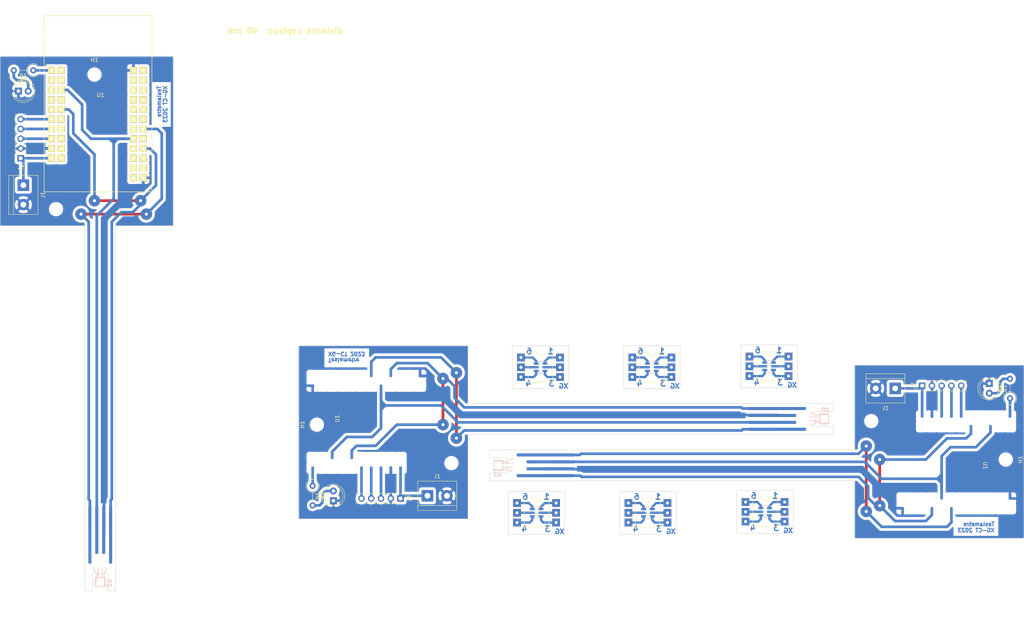
<source format=kicad_pcb>
(kicad_pcb (version 20221018) (generator pcbnew)
  (layers (0 "F.Cu" signal) (31 "B.Cu" signal) (34 "B.Paste" user) (35 "F.Paste" user) (36 "B.SilkS" user "B.Silkscreen") (37 "F.SilkS" user "F.Silkscreen") (38 "B.Mask" user) (39 "F.Mask" user) (44 "Edge.Cuts" user))
  (net 0 "")
  (net 1 "Net-(U1-p5.0)")
  (net 2 "/ADC_P")
  (net 3 "GNDPWR")
  (net 4 "/ADC_M")
  (net 6 "+5V")
  (net 7 "Net-(U1-p0.1)")
  (net 12 "Net-(J2-Pin_5)")
  (net 13 "Net-(J2-Pin_4)")
  (net 14 "Net-(J2-Pin_3)")
  (net 41 "Net-(D1-A)")
  (footprint "LED_THT:LED_D5.0mm" (layer "F.Cu") (at 272.038 122.805 -90)
    (fp_text reference "D1")
    (fp_text value "LED")
  )
  (footprint "Package_DIP:DIP-6_W10.16mm" (layer "F.Cu") (at 150.228 116.048)
    (fp_text reference "J1" hide)
    (fp_text value "Conn_01x06" hide)
  )
  (footprint "LED_THT:LED_D5.0mm" (layer "F.Cu") (at 19.527 46.754)
    (fp_text reference "D1")
    (fp_text value "LED")
  )
  (footprint "Package_DIP:DIP-6_W10.16mm" (layer "F.Cu") (at 209.664 115.794)
    (fp_text reference "J1" hide)
    (fp_text value "Conn_01x06" hide)
  )
  (footprint "Connector_PinHeader_2.54mm:PinHeader_1x05_P2.54mm_Vertical" (layer "F.Cu") (at 254.578 123.38 90)
    (fp_text reference "J2")
    (fp_text value "ICSP")
  )
  (footprint "MountingHole:MountingHole_3.2mm_M3_DIN965" (layer "F.Cu") (at 241.338 132.58 -90)
    (fp_text reference "H2" hide)
    (fp_text value "MountingHole" hide)
  )
  (footprint "Connector_PinHeader_2.54mm:PinHeader_1x05_P2.54mm_Vertical" (layer "F.Cu") (at 118.906 152.714 -90)
    (fp_text reference "J2")
    (fp_text value "ICSP")
  )
  (footprint "Xg_lib_pcb:CY8CKIT-143-2" (layer "F.Cu") (at 40.802 50.254)
    (fp_text reference "U1")
    (fp_text value "CY8CKIT-143_orig")
  )
  (footprint "Resistor_THT:R_Axial_DIN0309_L9.0mm_D3.2mm_P5.08mm_Vertical" (layer "F.Cu") (at 277.438 126.66 90)
    (fp_text reference "R1")
    (fp_text value "R")
  )
  (footprint "Package_DIP:DIP-6_W10.16mm" (layer "F.Cu") (at 178.168 153.894)
    (fp_text reference "J1" hide)
    (fp_text value "Conn_01x06" hide)
  )
  (footprint "Connector_PinHeader_2.54mm:PinHeader_1x05_P2.54mm_Vertical" (layer "F.Cu") (at 20.102 64.214 180)
    (fp_text reference "J2")
    (fp_text value "ICSP")
  )
  (footprint "MountingHole:MountingHole_3.2mm_M3_DIN965" (layer "F.Cu") (at 276.338 142.58 -90)
    (fp_text reference "H1")
    (fp_text value "MountingHole")
  )
  (footprint "Package_DIP:DIP-6_W10.16mm" (layer "F.Cu") (at 208.648 153.64)
    (fp_text reference "J1" hide)
    (fp_text value "Conn_01x06" hide)
  )
  (footprint "Resistor_THT:R_Axial_DIN0309_L9.0mm_D3.2mm_P5.08mm_Vertical" (layer "F.Cu") (at 23.382 41.354 180)
    (fp_text reference "R1")
    (fp_text value "R")
  )
  (footprint "Package_DIP:DIP-6_W10.16mm" (layer "F.Cu") (at 179.184 116.048)
    (fp_text reference "J1" hide)
    (fp_text value "Conn_01x06" hide)
  )
  (footprint "LED_THT:LED_D5.0mm" (layer "F.Cu") (at 101.446 153.289 90)
    (fp_text reference "D1")
    (fp_text value "LED")
  )
  (footprint "MountingHole:MountingHole_3.2mm_M3_DIN965" (layer "F.Cu") (at 29.302 77.454)
    (fp_text reference "H2" hide)
    (fp_text value "MountingHole" hide)
  )
  (footprint "Package_DIP:DIP-6_W10.16mm" (layer "F.Cu") (at 149.212 153.894)
    (fp_text reference "J1" hide)
    (fp_text value "Conn_01x06" hide)
  )
  (footprint "TerminalBlock:TerminalBlock_bornier-2_P5.08mm" (layer "F.Cu") (at 125.906 152.014)
    (fp_text reference "J1")
    (fp_text value "Conn_01x02")
  )
  (footprint "TerminalBlock:TerminalBlock_bornier-2_P5.08mm" (layer "F.Cu") (at 247.578 124.08 180)
    (fp_text reference "J1")
    (fp_text value "Conn_01x02")
  )
  (footprint "MountingHole:MountingHole_3.2mm_M3_DIN965" (layer "F.Cu") (at 39.302 42.454)
    (fp_text reference "H1")
    (fp_text value "MountingHole")
  )
  (footprint "Resistor_THT:R_Axial_DIN0309_L9.0mm_D3.2mm_P5.08mm_Vertical" (layer "F.Cu") (at 96.046 149.434 -90)
    (fp_text reference "R1")
    (fp_text value "R")
  )
  (footprint "MountingHole:MountingHole_3.2mm_M3_DIN965" (layer "F.Cu") (at 132.146 143.514 90)
    (fp_text reference "H2" hide)
    (fp_text value "MountingHole" hide)
  )
  (footprint "TerminalBlock:TerminalBlock_bornier-2_P5.08mm" (layer "F.Cu") (at 20.802 71.214 -90)
    (fp_text reference "J1")
    (fp_text value "Conn_01x02")
  )
  (footprint "MountingHole:MountingHole_3.2mm_M3_DIN965" (layer "F.Cu") (at 97.146 133.514 90)
    (fp_text reference "H1")
    (fp_text value "MountingHole")
  )
  (footprint "Package_TO_SOT_SMD:TSOT-23-6" (layer "B.Cu") (at 155.328 118.573 180)
    (fp_text reference "U1" hide)
    (fp_text value "LT6230xS6" hide)
  )
  (footprint "Xg_lib_pcb:HG372A_2" (layer "B.Cu") (at 218.066 132.014)
    (fp_text reference "U2")
    (fp_text value "HG372")
  )
  (footprint "Xg_lib_pcb:HG372A_2" (layer "B.Cu") (at 40.802 163.374 -90)
    (fp_text reference "U2")
    (fp_text value "HG372")
  )
  (footprint "Package_TO_SOT_SMD:TSOT-23-6" (layer "B.Cu") (at 154.312 156.419 180)
    (fp_text reference "U1" hide)
    (fp_text value "LT6230xS6" hide)
  )
  (footprint "Package_TO_SOT_SMD:TSOT-23-6" (layer "B.Cu") (at 213.748 156.165 180)
    (fp_text reference "U1" hide)
    (fp_text value "LT6230xS6" hide)
  )
  (footprint "Package_TO_SOT_SMD:TSOT-23-6" (layer "B.Cu") (at 214.764 118.319 180)
    (fp_text reference "U1" hide)
    (fp_text value "LT6230xS6" hide)
  )
  (footprint "Package_TO_SOT_SMD:TSOT-23-6" (layer "B.Cu") (at 183.268 156.419 180)
    (fp_text reference "U1" hide)
    (fp_text value "LT6230xS6" hide)
  )
  (footprint "Xg_lib_pcb:HG372A_2" (layer "B.Cu") (at 155.418 144.08 180)
    (fp_text reference "U2")
    (fp_text value "HG372")
  )
  (footprint "Package_TO_SOT_SMD:TSOT-23-6" (layer "B.Cu") (at 184.284 118.573 180)
    (fp_text reference "U1" hide)
    (fp_text value "LT6230xS6" hide)
  )
  (gr_line (start 231.446 130.014) (end 226.946 130.014) (stroke (width 0.1)) (layer "Edge.Cuts"))
  (gr_line (start 136.446 128.014) (end 136.446 113.014) (stroke (width 0.1)) (layer "Edge.Cuts"))
  (gr_line (start 136.446 136.014) (end 136.446 158.014) (stroke (width 0.1)) (layer "Edge.Cuts"))
  (gr_line (start 237.038 148.08) (end 237.038 163.08) (stroke (width 0.1)) (layer "Edge.Cuts"))
  (gr_line (start 142.038 146.08) (end 146.538 146.08) (stroke (width 0.1)) (layer "Edge.Cuts"))
  (gr_line (start 226.946 134.014) (end 231.446 134.014) (stroke (width 0.1)) (layer "Edge.Cuts"))
  (gr_line (start 36.802 176.754) (end 36.802 81.754) (stroke (width 0.1)) (layer "Edge.Cuts"))
  (gr_rect (start 176.898 113) (end 191.63 124.176) (stroke (width 0.1)) (fill none) (layer "Edge.Cuts"))
  (gr_line (start 231.446 136.014) (end 136.446 136.014) (stroke (width 0.1)) (layer "Edge.Cuts"))
  (gr_line (start 231.446 128.014) (end 231.446 130.014) (stroke (width 0.1)) (layer "Edge.Cuts"))
  (gr_line (start 44.802 81.754) (end 44.802 176.754) (stroke (width 0.1)) (layer "Edge.Cuts"))
  (gr_line (start 237.038 148.08) (end 142.038 148.08) (stroke (width 0.1)) (layer "Edge.Cuts"))
  (gr_line (start 142.038 148.08) (end 142.038 146.08) (stroke (width 0.1)) (layer "Edge.Cuts"))
  (gr_line (start 231.446 134.014) (end 231.446 136.014) (stroke (width 0.1)) (layer "Edge.Cuts"))
  (gr_line (start 59.802 37.754) (end 14.802 37.754) (stroke (width 0.1)) (layer "Edge.Cuts"))
  (gr_line (start 59.802 81.754) (end 59.802 37.754) (stroke (width 0.1)) (layer "Edge.Cuts"))
  (gr_line (start 14.802 81.754) (end 14.802 37.754) (stroke (width 0.1)) (layer "Edge.Cuts"))
  (gr_line (start 237.038 118.08) (end 281.038 118.08) (stroke (width 0.1)) (layer "Edge.Cuts"))
  (gr_line (start 136.446 158.014) (end 92.446 158.014) (stroke (width 0.1)) (layer "Edge.Cuts"))
  (gr_rect (start 206.362 150.592) (end 221.094 161.768) (stroke (width 0.1)) (fill none) (layer "Edge.Cuts"))
  (gr_line (start 146.538 142.08) (end 142.038 142.08) (stroke (width 0.1)) (layer "Edge.Cuts"))
  (gr_line (start 136.446 113.014) (end 92.446 113.014) (stroke (width 0.1)) (layer "Edge.Cuts"))
  (gr_line (start 38.802 172.254) (end 38.802 176.754) (stroke (width 0.1)) (layer "Edge.Cuts"))
  (gr_line (start 42.802 176.754) (end 42.802 172.254) (stroke (width 0.1)) (layer "Edge.Cuts"))
  (gr_line (start 38.802 176.754) (end 36.802 176.754) (stroke (width 0.1)) (layer "Edge.Cuts"))
  (gr_line (start 142.038 142.08) (end 142.038 140.08) (stroke (width 0.1)) (layer "Edge.Cuts"))
  (gr_line (start 36.802 81.754) (end 14.802 81.754) (stroke (width 0.1)) (layer "Edge.Cuts"))
  (gr_line (start 146.538 146.08) (end 146.538 142.08) (stroke (width 0.1)) (layer "Edge.Cuts"))
  (gr_line (start 226.946 130.014) (end 226.946 134.014) (stroke (width 0.1)) (layer "Edge.Cuts"))
  (gr_rect (start 175.882 150.846) (end 190.614 162.022) (stroke (width 0.1)) (fill none) (layer "Edge.Cuts"))
  (gr_rect (start 207.378 112.746) (end 222.11 123.922) (stroke (width 0.1)) (fill none) (layer "Edge.Cuts"))
  (gr_line (start 237.038 163.08) (end 281.038 163.08) (stroke (width 0.1)) (layer "Edge.Cuts"))
  (gr_line (start 92.446 113.014) (end 92.446 158.014) (stroke (width 0.1)) (layer "Edge.Cuts"))
  (gr_line (start 44.802 81.754) (end 59.802 81.754) (stroke (width 0.1)) (layer "Edge.Cuts"))
  (gr_rect (start 146.926 150.846) (end 161.658 162.022) (stroke (width 0.1)) (fill none) (layer "Edge.Cuts"))
  (gr_rect (start 147.942 113) (end 162.674 124.176) (stroke (width 0.1)) (fill none) (layer "Edge.Cuts"))
  (gr_line (start 237.038 140.08) (end 237.038 118.08) (stroke (width 0.1)) (layer "Edge.Cuts"))
  (gr_line (start 281.038 163.08) (end 281.038 118.08) (stroke (width 0.1)) (layer "Edge.Cuts"))
  (gr_line (start 136.446 128.014) (end 231.446 128.014) (stroke (width 0.1)) (layer "Edge.Cuts"))
  (gr_line (start 44.802 176.754) (end 42.802 176.754) (stroke (width 0.1)) (layer "Edge.Cuts"))
  (gr_line (start 142.038 140.08) (end 237.038 140.08) (stroke (width 0.1)) (layer "Edge.Cuts"))
  (gr_line (start 42.802 172.254) (end 38.802 172.254) (stroke (width 0.1)) (layer "Edge.Cuts"))
  (gr_text "4" (at 212.458 123.414) (layer "B.Cu") (effects (font (size 1.5 1.5) (thickness 0.3) bold) (justify left bottom mirror)))
  (gr_text "1" (at 217.284 152.878) (layer "B.Cu") (effects (font (size 1.5 1.5) (thickness 0.375) bold) (justify left bottom mirror)))
  (gr_text "3" (at 217.538 161.26) (layer "B.Cu") (effects (font (size 1.5 1.5) (thickness 0.3) bold) (justify left bottom mirror)))
  (gr_text "3" (at 188.074 123.668) (layer "B.Cu") (effects (font (size 1.5 1.5) (thickness 0.3) bold) (justify left bottom mirror)))
  (gr_text "1" (at 218.3 115.032) (layer "B.Cu") (effects (font (size 1.5 1.5) (thickness 0.375) bold) (justify left bottom mirror)))
  (gr_text "4" (at 152.006 161.514) (layer "B.Cu") (effects (font (size 1.5 1.5) (thickness 0.3) bold) (justify left bottom mirror)))
  (gr_text "Teslametre\nXG-CT 2023" (at 99.946 114.514 180) (layer "B.Cu") (effects (font (size 1 1) (thickness 0.25) bold) (justify left bottom mirror)))
  (gr_text "1" (at 186.804 153.132) (layer "B.Cu") (effects (font (size 1.5 1.5) (thickness 0.375) bold) (justify left bottom mirror)))
  (gr_text "3" (at 218.554 123.414) (layer "B.Cu") (effects (font (size 1.5 1.5) (thickness 0.3) bold) (justify left bottom mirror)))
  (gr_text "XG" (at 190.614 162.022) (layer "B.Cu") (effects (font (size 1.2 1.2) (thickness 0.3) bold) (justify left bottom mirror)))
  (gr_text "XG" (at 162.674 124.176) (layer "B.Cu") (effects (font (size 1.2 1.2) (thickness 0.3) bold) (justify left bottom mirror)))
  (gr_text "4" (at 211.442 161.26) (layer "B.Cu") (effects (font (size 1.5 1.5) (thickness 0.3) bold) (justify left bottom mirror)))
  (gr_text "3" (at 159.118 123.668) (layer "B.Cu") (effects (font (size 1.5 1.5) (thickness 0.3) bold) (justify left bottom mirror)))
  (gr_text "3" (at 187.058 161.514) (layer "B.Cu") (effects (font (size 1.5 1.5) (thickness 0.3) bold) (justify left bottom mirror)))
  (gr_text "1" (at 157.848 153.132) (layer "B.Cu") (effects (font (size 1.5 1.5) (thickness 0.375) bold) (justify left bottom mirror)))
  (gr_text "6" (at 212.712 115.032) (layer "B.Cu") (effects (font (size 1.5 1.5) (thickness 0.3) bold) (justify left bottom mirror)))
  (gr_text "XG" (at 221.094 161.768) (layer "B.Cu") (effects (font (size 1.2 1.2) (thickness 0.3) bold) (justify left bottom mirror)))
  (gr_text "6" (at 211.696 152.878) (layer "B.Cu") (effects (font (size 1.5 1.5) (thickness 0.3) bold) (justify left bottom mirror)))
  (gr_text "6" (at 152.26 153.132) (layer "B.Cu") (effects (font (size 1.5 1.5) (thickness 0.3) bold) (justify left bottom mirror)))
  (gr_text "XG" (at 191.63 124.176) (layer "B.Cu") (effects (font (size 1.2 1.2) (thickness 0.3) bold) (justify left bottom mirror)))
  (gr_text "4" (at 181.978 123.668) (layer "B.Cu") (effects (font (size 1.5 1.5) (thickness 0.3) bold) (justify left bottom mirror)))
  (gr_text "6" (at 181.216 153.132) (layer "B.Cu") (effects (font (size 1.5 1.5) (thickness 0.3) bold) (justify left bottom mirror)))
  (gr_text "XG" (at 161.658 162.022) (layer "B.Cu") (effects (font (size 1.2 1.2) (thickness 0.3) bold) (justify left bottom mirror)))
  (gr_text "Teslametre\nXG-CT 2023" (at 273.538 161.58) (layer "B.Cu") (effects (font (size 1 1) (thickness 0.25) bold) (justify left bottom mirror)))
  (gr_text "1" (at 158.864 115.286) (layer "B.Cu") (effects (font (size 1.5 1.5) (thickness 0.375) bold) (justify left bottom mirror)))
  (gr_text "6" (at 153.276 115.286) (layer "B.Cu") (effects (font (size 1.5 1.5) (thickness 0.3) bold) (justify left bottom mirror)))
  (gr_text "6" (at 182.232 115.286) (layer "B.Cu") (effects (font (size 1.5 1.5) (thickness 0.3) bold) (justify left bottom mirror)))
  (gr_text "XG" (at 222.11 123.922) (layer "B.Cu") (effects (font (size 1.2 1.2) (thickness 0.3) bold) (justify left bottom mirror)))
  (gr_text "4" (at 153.022 123.668) (layer "B.Cu") (effects (font (size 1.5 1.5) (thickness 0.3) bold) (justify left bottom mirror)))
  (gr_text "4" (at 180.962 161.514) (layer "B.Cu") (effects (font (size 1.5 1.5) (thickness 0.3) bold) (justify left bottom mirror)))
  (gr_text "3" (at 158.102 161.514) (layer "B.Cu") (effects (font (size 1.5 1.5) (thickness 0.3) bold) (justify left bottom mirror)))
  (gr_text "1" (at 187.82 115.286) (layer "B.Cu") (effects (font (size 1.5 1.5) (thickness 0.375) bold) (justify left bottom mirror)))
  (gr_text "Teslametre\nXG-CT 2023" (at 58.302 45.254 90) (layer "B.Cu") (effects (font (size 1 1) (thickness 0.25) bold) (justify left bottom mirror)))
  (gr_text "U1" (at 102.44664 131.94288 90) (layer "F.SilkS") (effects (font (size 1 1))))
  (gr_text "U1" (at 271.03736 144.15112 -90) (layer "F.SilkS") (effects (font (size 1 1))))
  (gr_text "distance capteur:  90 mm" (at 103.972 31.922) (layer "F.SilkS") (effects (font (size 1.5 1.5) (thickness 0.3) bold) (justify left bottom mirror)))
  (segment (start 184.4055 157.369) (end 184.4055 158.3535) (width 0.6) (layer "B.Cu") (net 0))
  (segment (start 215.9015 118.319) (end 219.809 118.319) (width 0.6) (layer "B.Cu") (net 0))
  (segment (start 157.467 116.048) (end 160.388 116.048) (width 0.6) (layer "B.Cu") (net 0))
  (segment (start 212.6105 155.215) (end 212.6105 154.5545) (width 0.6) (layer "B.Cu") (net 0))
  (segment (start 218.793 156.165) (end 218.808 156.18) (width 0.6) (layer "B.Cu") (net 0))
  (segment (start 183.1465 118.573) (end 179.199 118.573) (width 0.6) (layer "B.Cu") (net 0))
  (segment (start 156.4655 118.573) (end 160.373 118.573) (width 0.6) (layer "B.Cu") (net 0))
  (segment (start 155.4495 157.369) (end 155.4495 158.3535) (width 0.6) (layer "B.Cu") (net 0))
  (segment (start 188.313 156.419) (end 188.328 156.434) (width 0.6) (layer "B.Cu") (net 0))
  (segment (start 155.4495 158.3535) (end 156.07 158.974) (width 0.6) (layer "B.Cu") (net 0))
  (segment (start 153.1745 158.3135) (end 152.514 158.974) (width 0.6) (layer "B.Cu") (net 0))
  (segment (start 215.9015 120.2535) (end 216.522 120.874) (width 0.6) (layer "B.Cu") (net 0))
  (segment (start 183.1465 117.623) (end 183.1465 116.9625) (width 0.6) (layer "B.Cu") (net 0))
  (segment (start 215.9015 117.369) (end 215.9015 116.7955) (width 0.6) (layer "B.Cu") (net 0))
  (segment (start 155.4495 154.8955) (end 156.451 153.894) (width 0.6) (layer "B.Cu") (net 0))
  (segment (start 186.423 116.048) (end 189.344 116.048) (width 0.6) (layer "B.Cu") (net 0))
  (segment (start 185.4215 120.5075) (end 186.042 121.128) (width 0.6) (layer "B.Cu") (net 0))
  (segment (start 154.1905 117.623) (end 154.1905 116.9625) (width 0.6) (layer "B.Cu") (net 0))
  (segment (start 212.712 115.794) (end 209.664 115.794) (width 0.6) (layer "B.Cu") (net 0))
  (segment (start 182.1305 154.8085) (end 181.216 153.894) (width 0.6) (layer "B.Cu") (net 0))
  (segment (start 183.1465 116.9625) (end 182.232 116.048) (width 0.6) (layer "B.Cu") (net 0))
  (segment (start 216.522 120.874) (end 219.824 120.874) (width 0.6) (layer "B.Cu") (net 0))
  (segment (start 153.1745 157.369) (end 153.1745 158.3135) (width 0.6) (layer "B.Cu") (net 0))
  (segment (start 156.4655 117.0495) (end 157.467 116.048) (width 0.6) (layer "B.Cu") (net 0))
  (segment (start 181.47 158.974) (end 178.168 158.974) (width 0.6) (layer "B.Cu") (net 0))
  (segment (start 183.1465 120.4675) (end 182.486 121.128) (width 0.6) (layer "B.Cu") (net 0))
  (segment (start 182.1305 155.469) (end 182.1305 154.8085) (width 0.6) (layer "B.Cu") (net 0))
  (segment (start 153.276 116.048) (end 150.228 116.048) (width 0.6) (layer "B.Cu") (net 0))
  (segment (start 212.966 120.874) (end 209.664 120.874) (width 0.6) (layer "B.Cu") (net 0))
  (segment (start 184.4055 156.419) (end 188.313 156.419) (width 0.6) (layer "B.Cu") (net 0))
  (segment (start 215.9015 119.269) (end 215.9015 120.2535) (width 0.6) (layer "B.Cu") (net 0))
  (segment (start 185.4215 118.573) (end 189.329 118.573) (width 0.6) (layer "B.Cu") (net 0))
  (segment (start 184.4055 158.3535) (end 185.026 158.974) (width 0.6) (layer "B.Cu") (net 0))
  (segment (start 186.042 121.128) (end 189.344 121.128) (width 0.6) (layer "B.Cu") (net 0))
  (segment (start 183.1465 119.523) (end 183.1465 120.4675) (width 0.6) (layer "B.Cu") (net 0))
  (segment (start 219.809 118.319) (end 219.824 118.334) (width 0.6) (layer "B.Cu") (net 0))
  (segment (start 152.514 158.974) (end 149.212 158.974) (width 0.6) (layer "B.Cu") (net 0))
  (segment (start 160.373 118.573) (end 160.388 118.588) (width 0.6) (layer "B.Cu") (net 0))
  (segment (start 185.4215 117.0495) (end 186.423 116.048) (width 0.6) (layer "B.Cu") (net 0))
  (segment (start 215.9015 116.7955) (end 216.903 115.794) (width 0.6) (layer "B.Cu") (net 0))
  (segment (start 212.6105 157.115) (end 212.6105 158.0595) (width 0.6) (layer "B.Cu") (net 0))
  (segment (start 213.6265 118.319) (end 209.679 118.319) (width 0.6) (layer "B.Cu") (net 0))
  (segment (start 214.8855 156.165) (end 218.793 156.165) (width 0.6) (layer "B.Cu") (net 0))
  (segment (start 153.1745 154.8085) (end 152.26 153.894) (width 0.6) (layer "B.Cu") (net 0))
  (segment (start 179.199 118.573) (end 179.184 118.588) (width 0.6) (layer "B.Cu") (net 0))
  (segment (start 185.4215 119.523) (end 185.4215 120.5075) (width 0.6) (layer "B.Cu") (net 0))
  (segment (start 184.4055 154.8955) (end 185.407 153.894) (width 0.6) (layer "B.Cu") (net 0))
  (segment (start 214.8855 155.215) (end 214.8855 154.6415) (width 0.6) (layer "B.Cu") (net 0))
  (segment (start 189.329 118.573) (end 189.344 118.588) (width 0.6) (layer "B.Cu") (net 0))
  (segment (start 154.1905 118.573) (end 150.243 118.573) (width 0.6) (layer "B.Cu") (net 0))
  (segment (start 150.243 118.573) (end 150.228 118.588) (width 0.6) (layer "B.Cu") (net 0))
  (segment (start 182.1305 156.419) (end 178.183 156.419) (width 0.6) (layer "B.Cu") (net 0))
  (segment (start 181.216 153.894) (end 178.168 153.894) (width 0.6) (layer "B.Cu") (net 0))
  (segment (start 214.8855 158.0995) (end 215.506 158.72) (width 0.6) (layer "B.Cu") (net 0))
  (segment (start 155.4495 156.419) (end 159.357 156.419) (width 0.6) (layer "B.Cu") (net 0))
  (segment (start 153.1745 155.469) (end 153.1745 154.8085) (width 0.6) (layer "B.Cu") (net 0))
  (segment (start 185.4215 117.623) (end 185.4215 117.0495) (width 0.6) (layer "B.Cu") (net 0))
  (segment (start 154.1905 119.523) (end 154.1905 120.4675) (width 0.6) (layer "B.Cu") (net 0))
  (segment (start 182.232 116.048) (end 179.184 116.048) (width 0.6) (layer "B.Cu") (net 0))
  (segment (start 214.8855 154.6415) (end 215.887 153.64) (width 0.6) (layer "B.Cu") (net 0))
  (segment (start 155.4495 155.469) (end 155.4495 154.8955) (width 0.6) (layer "B.Cu") (net 0))
  (segment (start 208.663 156.165) (end 208.648 156.18) (width 0.6) (layer "B.Cu") (net 0))
  (segment (start 149.227 156.419) (end 149.212 156.434) (width 0.6) (layer "B.Cu") (net 0))
  (segment (start 213.6265 117.369) (end 213.6265 116.7085) (width 0.6) (layer "B.Cu") (net 0))
  (segment (start 216.903 115.794) (end 219.824 115.794) (width 0.6) (layer "B.Cu") (net 0))
  (segment (start 156.4655 119.523) (end 156.4655 120.5075) (width 0.6) (layer "B.Cu") (net 0))
  (segment (start 214.8855 157.115) (end 214.8855 158.0995) (width 0.6) (layer "B.Cu") (net 0))
  (segment (start 178.183 156.419) (end 178.168 156.434) (width 0.6) (layer "B.Cu") (net 0))
  (segment (start 213.6265 120.2135) (end 212.966 120.874) (width 0.6) (layer "B.Cu") (net 0))
  (segment (start 154.1905 116.9625) (end 153.276 116.048) (width 0.6) (layer "B.Cu") (net 0))
  (segment (start 215.506 158.72) (end 218.808 158.72) (width 0.6) (layer "B.Cu") (net 0))
  (segment (start 212.6105 156.165) (end 208.663 156.165) (width 0.6) (layer "B.Cu") (net 0))
  (segment (start 182.1305 157.369) (end 182.1305 158.3135) (width 0.6) (layer "B.Cu") (net 0))
  (segment (start 213.6265 119.269) (end 213.6265 120.2135) (width 0.6) (layer "B.Cu") (net 0))
  (segment (start 182.486 121.128) (end 179.184 121.128) (width 0.6) (layer "B.Cu") (net 0))
  (segment (start 182.1305 158.3135) (end 181.47 158.974) (width 0.6) (layer "B.Cu") (net 0))
  (segment (start 153.1745 156.419) (end 149.227 156.419) (width 0.6) (layer "B.Cu") (net 0))
  (segment (start 157.086 121.128) (end 160.388 121.128) (width 0.6) (layer "B.Cu") (net 0))
  (segment (start 211.696 153.64) (end 208.648 153.64) (width 0.6) (layer "B.Cu") (net 0))
  (segment (start 152.26 153.894) (end 149.212 153.894) (width 0.6) (layer "B.Cu") (net 0))
  (segment (start 215.887 153.64) (end 218.808 153.64) (width 0.6) (layer "B.Cu") (net 0))
  (segment (start 156.07 158.974) (end 159.372 158.974) (width 0.6) (layer "B.Cu") (net 0))
  (segment (start 212.6105 158.0595) (end 211.95 158.72) (width 0.6) (layer "B.Cu") (net 0))
  (segment (start 213.6265 116.7085) (end 212.712 115.794) (width 0.6) (layer "B.Cu") (net 0))
  (segment (start 156.4655 120.5075) (end 157.086 121.128) (width 0.6) (layer "B.Cu") (net 0))
  (segment (start 212.6105 154.5545) (end 211.696 153.64) (width 0.6) (layer "B.Cu") (net 0))
  (segment (start 154.1905 120.4675) (end 153.53 121.128) (width 0.6) (layer "B.Cu") (net 0))
  (segment (start 156.451 153.894) (end 159.372 153.894) (width 0.6) (layer "B.Cu") (net 0))
  (segment (start 156.4655 117.623) (end 156.4655 117.0495) (width 0.6) (layer "B.Cu") (net 0))
  (segment (start 209.679 118.319) (end 209.664 118.334) (width 0.6) (layer "B.Cu") (net 0))
  (segment (start 185.026 158.974) (end 188.328 158.974) (width 0.6) (layer "B.Cu") (net 0))
  (segment (start 211.95 158.72) (end 208.648 158.72) (width 0.6) (layer "B.Cu") (net 0))
  (segment (start 184.4055 155.469) (end 184.4055 154.8955) (width 0.6) (layer "B.Cu") (net 0))
  (segment (start 153.53 121.128) (end 150.228 121.128) (width 0.6) (layer "B.Cu") (net 0))
  (segment (start 185.407 153.894) (end 188.328 153.894) (width 0.6) (layer "B.Cu") (net 0))
  (segment (start 159.357 156.419) (end 159.372 156.434) (width 0.6) (layer "B.Cu") (net 0))
  (segment (start 35.802 78.754) (end 52.802 78.754) (width 0.7) (layer "F.Cu") (net 1))
  (segment (start 133.446 137.014) (end 133.446 120.014) (width 0.7) (layer "F.Cu") (net 1))
  (segment (start 240.038 139.08) (end 240.038 156.08) (width 0.7) (layer "F.Cu") (net 1))
  (via (at 133.446 137.014) (size 3) (drill 0.8) (layers "F.Cu" "B.Cu") (net 1))
  (via (at 133.446 120.014) (size 3) (drill 0.8) (layers "F.Cu" "B.Cu") (net 1))
  (via (at 52.802 78.754) (size 3) (drill 0.8) (layers "F.Cu" "B.Cu") (net 1))
  (via (at 240.038 156.08) (size 3) (drill 0.8) (layers "F.Cu" "B.Cu") (net 1))
  (via (at 35.802 78.754) (size 3) (drill 0.8) (layers "F.Cu" "B.Cu") (net 1))
  (via (at 240.038 139.08) (size 3) (drill 0.8) (layers "F.Cu" "B.Cu") (net 1))
  (segment (start 216.866 134.714) (end 207.946 134.714) (width 0.7) (layer "B.Cu") (net 1))
  (segment (start 240.038 156.08) (end 244.038 160.08) (width 0.7) (layer "B.Cu") (net 1))
  (segment (start 55.652 56.604) (end 51.978 56.604) (width 0.7) (layer "B.Cu") (net 1))
  (segment (start 112.446 116.014) (end 111.296 117.164) (width 0.7) (layer "B.Cu") (net 1))
  (segment (start 56.802 57.754) (end 55.652 56.604) (width 0.7) (layer "B.Cu") (net 1))
  (segment (start 238.038 141.08) (end 240.038 139.08) (width 0.7) (layer "B.Cu") (net 1))
  (segment (start 165.538 141.38) (end 165.838 141.08) (width 0.7) (layer "B.Cu") (net 1))
  (segment (start 37.802 152.954) (end 37.802 80.754) (width 0.7) (layer "B.Cu") (net 1))
  (segment (start 111.296 117.164) (end 111.296 120.838) (width 0.7) (layer "B.Cu") (net 1))
  (segment (start 156.618 141.38) (end 165.538 141.38) (width 0.7) (layer "B.Cu") (net 1))
  (segment (start 38.102 162.174) (end 38.102 153.254) (width 0.7) (layer "B.Cu") (net 1))
  (segment (start 37.802 80.754) (end 35.802 78.754) (width 0.7) (layer "B.Cu") (net 1))
  (segment (start 135.446 135.014) (end 133.446 137.014) (width 0.7) (layer "B.Cu") (net 1))
  (segment (start 262.188 158.93) (end 262.188 155.256) (width 0.7) (layer "B.Cu") (net 1))
  (segment (start 207.646 135.014) (end 135.446 135.014) (width 0.7) (layer "B.Cu") (net 1))
  (segment (start 207.946 134.714) (end 207.646 135.014) (width 0.7) (layer "B.Cu") (net 1))
  (segment (start 133.446 120.014) (end 129.446 116.014) (width 0.7) (layer "B.Cu") (net 1))
  (segment (start 261.038 160.08) (end 262.188 158.93) (width 0.7) (layer "B.Cu") (net 1))
  (segment (start 129.446 116.014) (end 112.446 116.014) (width 0.7) (layer "B.Cu") (net 1))
  (segment (start 56.802 74.754) (end 56.802 57.754) (width 0.7) (layer "B.Cu") (net 1))
  (segment (start 244.038 160.08) (end 261.038 160.08) (width 0.7) (layer "B.Cu") (net 1))
  (segment (start 165.838 141.08) (end 238.038 141.08) (width 0.7) (layer "B.Cu") (net 1))
  (segment (start 38.102 153.254) (end 37.802 152.954) (width 0.7) (layer "B.Cu") (net 1))
  (segment (start 52.802 78.754) (end 56.802 74.754) (width 0.7) (layer "B.Cu") (net 1))
  (segment (start 268.548 139.38) (end 272.348 135.58) (width 0.7) (layer "B.Cu") (net 2))
  (segment (start 32.302 46.444) (end 30.642 46.444) (width 0.7) (layer "B.Cu") (net 2))
  (segment (start 38.402 59.144) (end 36.102 56.844) (width 0.7) (layer "B.Cu") (net 2))
  (segment (start 43.202 59.144) (end 43.602 59.144) (width 0.7) (layer "B.Cu") (net 2))
  (segment (start 258.538 147.58) (end 258.948 147.58) (width 0.7) (layer "B.Cu") (net 2))
  (segment (start 113.836 129.214) (end 113.836 128.214) (width 0.7) (layer "B.Cu") (net 2))
  (segment (start 272.348 135.58) (end 272.348 133.92) (width 0.7) (layer "B.Cu") (net 2))
  (segment (start 104.936 136.714) (end 101.136 140.514) (width 0.7) (layer "B.Cu") (net 2))
  (segment (start 45.412 59.144) (end 44.302 60.254) (width 0.7) (layer "B.Cu") (net 2))
  (segment (start 47.202 59.144) (end 45.802 59.144) (width 0.7) (layer "B.Cu") (net 2))
  (segment (start 129.446 128.514) (end 133.846 132.914) (width 0.7) (layer "B.Cu") (net 2))
  (segment (start 133.846 132.914) (end 215.566 132.914) (width 0.7) (layer "B.Cu") (net 2))
  (segment (start 239.638 143.18) (end 157.918 143.18) (width 0.7) (layer "B.Cu") (net 2))
  (segment (start 261.948 139.38) (end 268.548 139.38) (width 0.7) (layer "B.Cu") (net 2))
  (segment (start 258.948 147.58) (end 259.648 146.88) (width 0.7) (layer "B.Cu") (net 2))
  (segment (start 113.836 123.378) (end 113.836 125.614) (width 0.7) (layer "B.Cu") (net 2))
  (segment (start 44.302 60.254) (end 44.302 59.844) (width 0.7) (layer "B.Cu") (net 2))
  (segment (start 113.836 134.414) (end 113.836 129.614) (width 0.7) (layer "B.Cu") (net 2))
  (segment (start 259.648 148.69) (end 258.538 147.58) (width 0.7) (layer "B.Cu") (net 2))
  (segment (start 113.836 129.614) (end 113.836 129.214) (width 0.7) (layer "B.Cu") (net 2))
  (segment (start 44.602 59.144) (end 47.202 59.144) (width 0.7) (layer "B.Cu") (net 2))
  (segment (start 114.946 128.514) (end 114.536 128.514) (width 0.7) (layer "B.Cu") (net 2))
  (segment (start 258.538 147.58) (end 258.548 147.58) (width 0.7) (layer "B.Cu") (net 2))
  (segment (start 44.302 60.254) (end 44.302 74.754) (width 0.7) (layer "B.Cu") (net 2))
  (segment (start 258.538 147.58) (end 244.038 147.58) (width 0.7) (layer "B.Cu") (net 2))
  (segment (start 45.802 59.144) (end 45.412 59.144) (width 0.7) (layer "B.Cu") (net 2))
  (segment (start 44.302 59.844) (end 43.602 59.144) (width 0.7) (layer "B.Cu") (net 2))
  (segment (start 244.038 147.58) (end 239.638 143.18) (width 0.7) (layer "B.Cu") (net 2))
  (segment (start 259.348 147.58) (end 259.648 147.88) (width 0.7) (layer "B.Cu") (net 2))
  (segment (start 36.102 56.844) (end 36.102 50.244) (width 0.7) (layer "B.Cu") (net 2))
  (segment (start 44.302 74.754) (end 39.902 79.154) (width 0.7) (layer "B.Cu") (net 2))
  (segment (start 113.836 127.014) (end 113.836 127.404) (width 0.7) (layer "B.Cu") (net 2))
  (segment (start 258.948 147.58) (end 259.348 147.58) (width 0.7) (layer "B.Cu") (net 2))
  (segment (start 259.648 141.68) (end 259.648 146.48) (width 0.7) (layer "B.Cu") (net 2))
  (segment (start 111.536 136.714) (end 104.936 136.714) (width 0.7) (layer "B.Cu") (net 2))
  (segment (start 259.648 152.716) (end 259.648 150.48) (width 0.7) (layer "B.Cu") (net 2))
  (segment (start 114.946 128.514) (end 114.936 128.514) (width 0.7) (layer "B.Cu") (net 2))
  (segment (start 113.836 134.414) (end 111.536 136.714) (width 0.7) (layer "B.Cu") (net 2))
  (segment (start 259.648 141.68) (end 261.948 139.38) (width 0.7) (layer "B.Cu") (net 2))
  (segment (start 259.648 146.48) (end 259.648 146.88) (width 0.7) (layer "B.Cu") (net 2))
  (segment (start 113.836 128.214) (end 113.836 125.614) (width 0.7) (layer "B.Cu") (net 2))
  (segment (start 113.836 127.404) (end 114.946 128.514) (width 0.7) (layer "B.Cu") (net 2))
  (segment (start 43.602 59.144) (end 44.602 59.144) (width 0.7) (layer "B.Cu") (net 2))
  (segment (start 101.136 140.514) (end 101.136 142.174) (width 0.7) (layer "B.Cu") (net 2))
  (segment (start 258.548 147.58) (end 259.648 146.48) (width 0.7) (layer "B.Cu") (net 2))
  (segment (start 259.648 150.48) (end 259.648 149.08) (width 0.7) (layer "B.Cu") (net 2))
  (segment (start 114.536 128.514) (end 113.836 129.214) (width 0.7) (layer "B.Cu") (net 2))
  (segment (start 114.536 128.514) (end 114.136 128.514) (width 0.7) (layer "B.Cu") (net 2))
  (segment (start 113.836 125.614) (end 113.836 127.014) (width 0.7) (layer "B.Cu") (net 2))
  (segment (start 36.102 50.244) (end 32.302 46.444) (width 0.7) (layer "B.Cu") (net 2))
  (segment (start 259.648 146.88) (end 259.648 147.88) (width 0.7) (layer "B.Cu") (net 2))
  (segment (start 44.302 59.844) (end 44.302 59.444) (width 0.7) (layer "B.Cu") (net 2))
  (segment (start 39.902 79.154) (end 39.902 160.874) (width 0.7) (layer "B.Cu") (net 2))
  (segment (start 114.136 128.514) (end 113.836 128.214) (width 0.7) (layer "B.Cu") (net 2))
  (segment (start 49.438 59.144) (end 47.202 59.144) (width 0.7) (layer "B.Cu") (net 2))
  (segment (start 259.648 147.88) (end 259.648 150.48) (width 0.7) (layer "B.Cu") (net 2))
  (segment (start 38.402 59.144) (end 43.202 59.144) (width 0.7) (layer "B.Cu") (net 2))
  (segment (start 259.648 149.08) (end 259.648 148.69) (width 0.7) (layer "B.Cu") (net 2))
  (segment (start 44.302 60.244) (end 43.202 59.144) (width 0.7) (layer "B.Cu") (net 2))
  (segment (start 44.302 59.444) (end 44.602 59.144) (width 0.7) (layer "B.Cu") (net 2))
  (segment (start 114.936 128.514) (end 113.836 129.614) (width 0.7) (layer "B.Cu") (net 2))
  (segment (start 114.946 128.514) (end 129.446 128.514) (width 0.7) (layer "B.Cu") (net 2))
  (segment (start 44.302 60.254) (end 44.302 60.244) (width 0.7) (layer "B.Cu") (net 2))
  (segment (start 170.938 145.08) (end 238.538 145.08) (width 0.7) (layer "B.Cu") (net 3))
  (segment (start 202.546 131.014) (end 134.946 131.014) (width 0.7) (layer "B.Cu") (net 3))
  (segment (start 20.102 61.674) (end 28.092 61.674) (width 0.7) (layer "B.Cu") (net 3))
  (segment (start 246.538 154.58) (end 247.214 155.256) (width 0.7) (layer "B.Cu") (net 3))
  (segment (start 216.766 131.014) (end 216.866 131.114) (width 0.7) (layer "B.Cu") (net 3))
  (segment (start 126.27 120.838) (end 123.996 120.838) (width 0.7) (layer "B.Cu") (net 3))
  (segment (start 41.802 162.074) (end 41.702 162.174) (width 0.7) (layer "B.Cu") (net 3))
  (segment (start 202.546 131.014) (end 216.766 131.014) (width 0.7) (layer "B.Cu") (net 3))
  (segment (start 49.802 72.254) (end 51.302 72.254) (width 0.7) (layer "B.Cu") (net 3))
  (segment (start 116.366 144.724) (end 116.376 144.714) (width 0.7) (layer "B.Cu") (net 3))
  (segment (start 28.092 61.674) (end 28.102 61.684) (width 0.7) (layer "B.Cu") (net 3))
  (segment (start 41.802 152.754) (end 41.802 147.854) (width 0.7) (layer "B.Cu") (net 3))
  (segment (start 166.038 145.08) (end 170.938 145.08) (width 0.7) (layer "B.Cu") (net 3))
  (segment (start 116.366 152.714) (end 116.366 144.724) (width 0.7) (layer "B.Cu") (net 3))
  (segment (start 51.302 72.254) (end 51.978 71.578) (width 0.7) (layer "B.Cu") (net 3))
  (segment (start 51.978 71.578) (end 51.978 69.304) (width 0.7) (layer "B.Cu") (net 3))
  (segment (start 207.446 131.014) (end 202.546 131.014) (width 0.7) (layer "B.Cu") (net 3))
  (segment (start 156.718 145.08) (end 156.618 144.98) (width 0.7) (layer "B.Cu") (net 3))
  (segment (start 126.946 123.014) (end 126.946 121.514) (width 0.7) (layer "B.Cu") (net 3))
  (segment (start 126.946 121.514) (end 126.27 120.838) (width 0.7) (layer "B.Cu") (net 3))
  (segment (start 41.802 147.854) (end 41.802 162.074) (width 0.7) (layer "B.Cu") (net 3))
  (segment (start 170.938 145.08) (end 156.718 145.08) (width 0.7) (layer "B.Cu") (net 3))
  (segment (start 41.802 147.854) (end 41.802 80.254) (width 0.7) (layer "B.Cu") (net 3))
  (segment (start 41.802 80.254) (end 49.802 72.254) (width 0.7) (layer "B.Cu") (net 3))
  (segment (start 134.946 131.014) (end 126.946 123.014) (width 0.7) (layer "B.Cu") (net 3))
  (segment (start 238.538 145.08) (end 246.538 153.08) (width 0.7) (layer "B.Cu") (net 3))
  (segment (start 257.118 131.37) (end 257.108 131.38) (width 0.7) (layer "B.Cu") (net 3))
  (segment (start 247.214 155.256) (end 249.488 155.256) (width 0.7) (layer "B.Cu") (net 3))
  (segment (start 246.538 153.08) (end 246.538 154.58) (width 0.7) (layer "B.Cu") (net 3))
  (segment (start 257.118 123.38) (end 257.118 131.37) (width 0.7) (layer "B.Cu") (net 3))
  (segment (start 129.946 133.514) (end 129.946 121.514) (width 0.7) (layer "F.Cu") (net 4))
  (segment (start 243.538 142.58) (end 243.538 154.58) (width 0.7) (layer "F.Cu") (net 4))
  (segment (start 39.302 75.254) (end 51.302 75.254) (width 0.7) (layer "F.Cu") (net 4))
  (via (at 129.946 133.514) (size 3) (drill 0.8) (layers "F.Cu" "B.Cu") (net 4))
  (via (at 243.538 154.58) (size 3) (drill 0.8) (layers "F.Cu" "B.Cu") (net 4))
  (via (at 51.302 75.254) (size 3) (drill 0.8) (layers "F.Cu" "B.Cu") (net 4))
  (via (at 129.946 121.514) (size 3) (drill 0.8) (layers "F.Cu" "B.Cu") (net 4))
  (via (at 39.302 75.254) (size 3) (drill 0.8) (layers "F.Cu" "B.Cu") (net 4))
  (via (at 243.538 142.58) (size 3) (drill 0.8) (layers "F.Cu" "B.Cu") (net 4))
  (segment (start 117.946 117.514) (end 116.376 119.084) (width 0.7) (layer "B.Cu") (net 4))
  (segment (start 117.946 133.514) (end 112.446 139.014) (width 0.7) (layer "B.Cu") (net 4))
  (segment (start 240.538 149.58) (end 240.538 152.58) (width 0.7) (layer "B.Cu") (net 4))
  (segment (start 207.846 129.314) (end 207.546 129.014) (width 0.7) (layer "B.Cu") (net 4))
  (segment (start 112.446 139.014) (end 107.446 139.014) (width 0.7) (layer "B.Cu") (net 4))
  (segment (start 46.302 78.254) (end 49.302 78.254) (width 0.7) (layer "B.Cu") (net 4))
  (segment (start 33.802 57.754) (end 33.802 52.754) (width 0.7) (layer "B.Cu") (net 4))
  (segment (start 216.866 129.314) (end 207.846 129.314) (width 0.7) (layer "B.Cu") (net 4))
  (segment (start 55.302 63.254) (end 53.732 61.684) (width 0.7) (layer "B.Cu") (net 4))
  (segment (start 116.376 119.084) (end 116.376 120.838) (width 0.7) (layer "B.Cu") (net 4))
  (segment (start 243.538 142.58) (end 255.538 142.58) (width 0.7) (layer "B.Cu") (net 4))
  (segment (start 266.038 137.08) (end 267.268 135.85) (width 0.7) (layer "B.Cu") (net 4))
  (segment (start 55.302 71.254) (end 55.302 63.254) (width 0.7) (layer "B.Cu") (net 4))
  (segment (start 125.946 117.514) (end 117.946 117.514) (width 0.7) (layer "B.Cu") (net 4))
  (segment (start 129.946 121.514) (end 125.946 117.514) (width 0.7) (layer "B.Cu") (net 4))
  (segment (start 129.946 133.514) (end 117.946 133.514) (width 0.7) (layer "B.Cu") (net 4))
  (segment (start 32.572 51.524) (end 30.642 51.524) (width 0.7) (layer "B.Cu") (net 4))
  (segment (start 43.502 162.174) (end 43.502 153.154) (width 0.7) (layer "B.Cu") (net 4))
  (segment (start 132.946 123.514) (end 130.946 121.514) (width 0.7) (layer "B.Cu") (net 4))
  (segment (start 240.538 152.58) (end 242.538 154.58) (width 0.7) (layer "B.Cu") (net 4))
  (segment (start 43.802 80.754) (end 46.302 78.254) (width 0.7) (layer "B.Cu") (net 4))
  (segment (start 257.108 157.01) (end 257.108 155.256) (width 0.7) (layer "B.Cu") (net 4))
  (segment (start 53.732 61.684) (end 51.978 61.684) (width 0.7) (layer "B.Cu") (net 4))
  (segment (start 165.938 147.08) (end 238.038 147.08) (width 0.7) (layer "B.Cu") (net 4))
  (segment (start 255.538 158.58) (end 257.108 157.01) (width 0.7) (layer "B.Cu") (net 4))
  (segment (start 107.446 139.014) (end 106.216 140.244) (width 0.7) (layer "B.Cu") (net 4))
  (segment (start 156.618 146.78) (end 165.638 146.78) (width 0.7) (layer "B.Cu") (net 4))
  (segment (start 39.302 63.254) (end 33.802 57.754) (width 0.7) (layer "B.Cu") (net 4))
  (segment (start 33.802 52.754) (end 32.572 51.524) (width 0.7) (layer "B.Cu") (net 4))
  (segment (start 243.538 154.58) (end 247.538 158.58) (width 0.7) (layer "B.Cu") (net 4))
  (segment (start 247.538 158.58) (end 255.538 158.58) (width 0.7) (layer "B.Cu") (net 4))
  (segment (start 135.446 129.014) (end 132.946 126.514) (width 0.7) (layer "B.Cu") (net 4))
  (segment (start 106.216 140.244) (end 106.216 142.174) (width 0.7) (layer "B.Cu") (net 4))
  (segment (start 39.302 75.254) (end 39.302 63.254) (width 0.7) (layer "B.Cu") (net 4))
  (segment (start 255.538 142.58) (end 261.038 137.08) (width 0.7) (layer "B.Cu") (net 4))
  (segment (start 267.268 135.85) (end 267.268 133.92) (width 0.7) (layer "B.Cu") (net 4))
  (segment (start 132.946 126.514) (end 132.946 123.514) (width 0.7) (layer "B.Cu") (net 4))
  (segment (start 261.038 137.08) (end 266.038 137.08) (width 0.7) (layer "B.Cu") (net 4))
  (segment (start 238.038 147.08) (end 240.538 149.58) (width 0.7) (layer "B.Cu") (net 4))
  (segment (start 51.302 75.254) (end 55.302 71.254) (width 0.7) (layer "B.Cu") (net 4))
  (segment (start 207.546 129.014) (end 135.446 129.014) (width 0.7) (layer "B.Cu") (net 4))
  (segment (start 165.638 146.78) (end 165.938 147.08) (width 0.7) (layer "B.Cu") (net 4))
  (segment (start 49.302 78.254) (end 51.302 76.254) (width 0.7) (layer "B.Cu") (net 4))
  (segment (start 130.946 121.514) (end 129.946 121.514) (width 0.7) (layer "B.Cu") (net 4))
  (segment (start 51.302 76.254) (end 51.302 75.254) (width 0.7) (layer "B.Cu") (net 4))
  (segment (start 43.802 152.854) (end 43.802 80.754) (width 0.7) (layer "B.Cu") (net 4))
  (segment (start 242.538 154.58) (end 243.538 154.58) (width 0.7) (layer "B.Cu") (net 4))
  (segment (start 43.502 153.154) (end 43.802 152.854) (width 0.7) (layer "B.Cu") (net 4))
  (segment (start 254.578 123.38) (end 254.578 131.37) (width 0.7) (layer "B.Cu") (net 6))
  (segment (start 118.906 144.724) (end 118.916 144.714) (width 0.7) (layer "B.Cu") (net 6))
  (segment (start 20.802 71.214) (end 20.802 64.914) (width 0.7) (layer "B.Cu") (net 6))
  (segment (start 20.802 64.914) (end 20.102 64.214) (width 0.7) (layer "B.Cu") (net 6))
  (segment (start 253.878 124.08) (end 254.578 123.38) (width 0.7) (layer "B.Cu") (net 6))
  (segment (start 254.578 131.37) (end 254.568 131.38) (width 0.7) (layer "B.Cu") (net 6))
  (segment (start 247.578 124.08) (end 253.878 124.08) (width 0.7) (layer "B.Cu") (net 6))
  (segment (start 125.906 152.014) (end 119.606 152.014) (width 0.7) (layer "B.Cu") (net 6))
  (segment (start 28.092 64.214) (end 28.102 64.224) (width 0.7) (layer "B.Cu") (net 6))
  (segment (start 119.606 152.014) (end 118.906 152.714) (width 0.7) (layer "B.Cu") (net 6))
  (segment (start 20.102 64.214) (end 28.092 64.214) (width 0.7) (layer "B.Cu") (net 6))
  (segment (start 118.906 152.714) (end 118.906 144.724) (width 0.7) (layer "B.Cu") (net 6))
  (segment (start 28.102 41.364) (end 23.392 41.364) (width 0.7) (layer "B.Cu") (net 7))
  (segment (start 277.428 131.38) (end 277.428 126.67) (width 0.7) (layer "B.Cu") (net 7))
  (segment (start 96.056 149.424) (end 96.046 149.434) (width 0.7) (layer "B.Cu") (net 7))
  (segment (start 277.428 126.67) (end 277.438 126.66) (width 0.7) (layer "B.Cu") (net 7))
  (segment (start 96.096 144.754) (end 96.056 144.714) (width 0.7) (layer "B.Cu") (net 7))
  (segment (start 96.056 144.714) (end 96.056 149.424) (width 0.7) (layer "B.Cu") (net 7))
  (segment (start 28.062 41.404) (end 28.102 41.364) (width 0.7) (layer "B.Cu") (net 7))
  (segment (start 277.388 131.34) (end 277.428 131.38) (width 0.7) (layer "B.Cu") (net 7))
  (segment (start 23.392 41.364) (end 23.382 41.354) (width 0.7) (layer "B.Cu") (net 7))
  (segment (start 28.092 54.054) (end 28.102 54.064) (width 0.7) (layer "B.Cu") (net 12))
  (segment (start 20.102 54.054) (end 28.092 54.054) (width 0.7) (layer "B.Cu") (net 12))
  (segment (start 108.746 144.724) (end 108.756 144.714) (width 0.7) (layer "B.Cu") (net 12))
  (segment (start 264.738 131.37) (end 264.728 131.38) (width 0.7) (layer "B.Cu") (net 12))
  (segment (start 264.738 123.38) (end 264.738 131.37) (width 0.7) (layer "B.Cu") (net 12))
  (segment (start 108.746 152.714) (end 108.746 144.724) (width 0.7) (layer "B.Cu") (net 12))
  (segment (start 111.286 144.724) (end 111.296 144.714) (width 0.7) (layer "B.Cu") (net 13))
  (segment (start 28.092 56.594) (end 28.102 56.604) (width 0.7) (layer "B.Cu") (net 13))
  (segment (start 262.198 123.38) (end 262.198 131.37) (width 0.7) (layer "B.Cu") (net 13))
  (segment (start 20.102 56.594) (end 28.092 56.594) (width 0.7) (layer "B.Cu") (net 13))
  (segment (start 111.286 152.714) (end 111.286 144.724) (width 0.7) (layer "B.Cu") (net 13))
  (segment (start 262.198 131.37) (end 262.188 131.38) (width 0.7) (layer "B.Cu") (net 13))
  (segment (start 113.826 152.714) (end 113.826 144.724) (width 0.7) (layer "B.Cu") (net 14))
  (segment (start 113.826 144.724) (end 113.836 144.714) (width 0.7) (layer "B.Cu") (net 14))
  (segment (start 28.092 59.134) (end 28.102 59.144) (width 0.7) (layer "B.Cu") (net 14))
  (segment (start 20.102 59.134) (end 28.092 59.134) (width 0.7) (layer "B.Cu") (net 14))
  (segment (start 259.658 123.38) (end 259.658 131.37) (width 0.7) (layer "B.Cu") (net 14))
  (segment (start 259.658 131.37) (end 259.648 131.38) (width 0.7) (layer "B.Cu") (net 14))
  (segment (start 99.411 150.749) (end 101.446 150.749) (width 0.7) (layer "B.Cu") (net 41))
  (segment (start 22.067 44.719) (end 22.067 46.754) (width 0.7) (layer "B.Cu") (net 41))
  (segment (start 98.646 151.514) (end 99.411 150.749) (width 0.7) (layer "B.Cu") (net 41))
  (segment (start 274.073 125.345) (end 272.038 125.345) (width 0.7) (layer "B.Cu") (net 41))
  (segment (start 97.846 154.514) (end 98.646 153.714) (width 0.7) (layer "B.Cu") (net 41))
  (segment (start 274.838 124.58) (end 274.073 125.345) (width 0.7) (layer "B.Cu") (net 41))
  (segment (start 275.638 121.58) (end 274.838 122.38) (width 0.7) (layer "B.Cu") (net 41))
  (segment (start 96.046 154.514) (end 97.846 154.514) (width 0.7) (layer "B.Cu") (net 41))
  (segment (start 19.102 43.954) (end 21.302 43.954) (width 0.7) (layer "B.Cu") (net 41))
  (segment (start 274.838 122.38) (end 274.838 124.58) (width 0.7) (layer "B.Cu") (net 41))
  (segment (start 18.302 41.354) (end 18.302 43.154) (width 0.7) (layer "B.Cu") (net 41))
  (segment (start 21.302 43.954) (end 22.067 44.719) (width 0.7) (layer "B.Cu") (net 41))
  (segment (start 277.438 121.58) (end 275.638 121.58) (width 0.7) (layer "B.Cu") (net 41))
  (segment (start 98.646 153.714) (end 98.646 151.514) (width 0.7) (layer "B.Cu") (net 41))
  (segment (start 18.302 43.154) (end 19.102 43.954) (width 0.7) (layer "B.Cu") (net 41))
  (zone (net 3) (net_name "GNDPWR") (layer "B.Cu") (connect_pads (clearance 0.7)) (min_thickness 0.4) (fill yes (thermal_gap 0.7) (thermal_bridge_width 0.7))
    (polygon (pts (xy 14.802 37.754) (xy 59.802 37.754) (xy 59.802 81.754) (xy 44.802 81.754) (xy 44.802 171.254) (xy 36.802 171.254) (xy 36.802 81.754) (xy 14.802 81.754)))
  )
  (zone (net 3) (net_name "GNDPWR") (layer "B.Cu") (connect_pads (clearance 0.7)) (min_thickness 0.4) (fill yes (thermal_gap 0.7) (thermal_bridge_width 0.7))
    (polygon (pts (xy 92.446 158.014) (xy 92.446 113.014) (xy 136.446 113.014) (xy 136.446 128.014) (xy 225.946 128.014) (xy 225.946 136.014) (xy 136.446 136.014) (xy 136.446 158.014)))
  )
  (zone (net 3) (net_name "GNDPWR") (layer "B.Cu") (connect_pads (clearance 0.7)) (min_thickness 0.4) (fill yes (thermal_gap 0.7) (thermal_bridge_width 0.7))
    (polygon (pts (xy 281.038 118.08) (xy 281.038 163.08) (xy 237.038 163.08) (xy 237.038 148.08) (xy 147.538 148.08) (xy 147.538 140.08) (xy 237.038 140.08) (xy 237.038 118.08)))
  )
)
</source>
